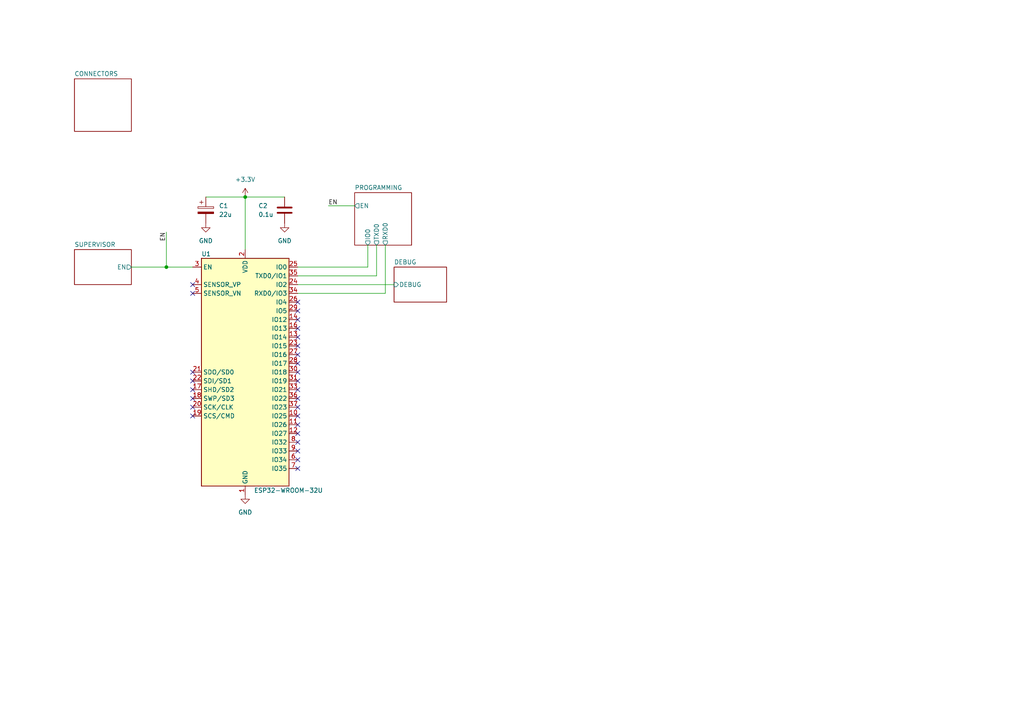
<source format=kicad_sch>
(kicad_sch (version 20211123) (generator eeschema)
  (paper "A4")
  (title_block (title "ESP32-STARTER") (date "2022-11-08") (rev "1.0"))
  (lib_symbols
    (symbol "Device:C" (pin_numbers hide) (pin_names (offset 0.254))
      (property "Reference" "C" (at 0.635 2.54 0))
      (property "Value" "C" (at 0.635 -2.54 0))
      (symbol "C_0_1"
        (polyline (pts (xy -2.032 -0.762) (xy 2.032 -0.762)) (stroke (width 0.508)))
        (polyline (pts (xy -2.032 0.762) (xy 2.032 0.762)) (stroke (width 0.508)))
      )
      (symbol "C_1_1"
        (pin passive line (at 0 3.81 270) (length 2.794) (name "~") (number "1"))
        (pin passive line (at 0 -3.81 90) (length 2.794) (name "~") (number "2"))
      )
    )
    (symbol "Device:C_Polarized" (pin_numbers hide) (pin_names (offset 0.254))
      (property "Reference" "C" (at 0.635 2.54 0))
      (property "Value" "C_Polarized" (at 0.635 -2.54 0))
      (symbol "C_Polarized_0_1"
        (rectangle (start -2.286 0.508) (end 2.286 1.016))
        (polyline (pts (xy -1.778 2.286) (xy -0.762 2.286)))
        (polyline (pts (xy -1.27 2.794) (xy -1.27 1.778)))
        (rectangle (start 2.286 -0.508) (end -2.286 -1.016) (fill (type outline)))
      )
      (symbol "C_Polarized_1_1"
        (pin passive line (at 0 3.81 270) (length 2.794) (name "~") (number "1"))
        (pin passive line (at 0 -3.81 90) (length 2.794) (name "~") (number "2"))
      )
    )
    (symbol "RF_Module:ESP32-WROOM-32U"
      (property "Reference" "U" (at -12.7 34.29 0))
      (property "Value" "ESP32-WROOM-32U" (at 1.27 34.29 0))
      (symbol "ESP32-WROOM-32U_0_1"
        (rectangle (start -12.7 33.02) (end 12.7 -33.02) (stroke (width 0.254)) (fill (type background)))
      )
      (symbol "ESP32-WROOM-32U_1_1"
        (pin power_in line (at 0 -35.56 90) (length 2.54) (name "GND") (number "1"))
        (pin bidirectional line (at 15.24 -12.7 180) (length 2.54) (name "IO25") (number "10"))
        (pin bidirectional line (at 15.24 -15.24 180) (length 2.54) (name "IO26") (number "11"))
        (pin bidirectional line (at 15.24 -17.78 180) (length 2.54) (name "IO27") (number "12"))
        (pin bidirectional line (at 15.24 10.16 180) (length 2.54) (name "IO14") (number "13"))
        (pin bidirectional line (at 15.24 15.24 180) (length 2.54) (name "IO12") (number "14"))
        (pin passive line (at 0 -35.56 90) (length 2.54) hide (name "GND") (number "15"))
        (pin bidirectional line (at 15.24 12.7 180) (length 2.54) (name "IO13") (number "16"))
        (pin bidirectional line (at -15.24 -5.08 0) (length 2.54) (name "SHD/SD2") (number "17"))
        (pin bidirectional line (at -15.24 -7.62 0) (length 2.54) (name "SWP/SD3") (number "18"))
        (pin bidirectional line (at -15.24 -12.7 0) (length 2.54) (name "SCS/CMD") (number "19"))
        (pin power_in line (at 0 35.56 270) (length 2.54) (name "VDD") (number "2"))
        (pin bidirectional line (at -15.24 -10.16 0) (length 2.54) (name "SCK/CLK") (number "20"))
        (pin bidirectional line (at -15.24 0 0) (length 2.54) (name "SDO/SD0") (number "21"))
        (pin bidirectional line (at -15.24 -2.54 0) (length 2.54) (name "SDI/SD1") (number "22"))
        (pin bidirectional line (at 15.24 7.62 180) (length 2.54) (name "IO15") (number "23"))
        (pin bidirectional line (at 15.24 25.4 180) (length 2.54) (name "IO2") (number "24"))
        (pin bidirectional line (at 15.24 30.48 180) (length 2.54) (name "IO0") (number "25"))
        (pin bidirectional line (at 15.24 20.32 180) (length 2.54) (name "IO4") (number "26"))
        (pin bidirectional line (at 15.24 5.08 180) (length 2.54) (name "IO16") (number "27"))
        (pin bidirectional line (at 15.24 2.54 180) (length 2.54) (name "IO17") (number "28"))
        (pin bidirectional line (at 15.24 17.78 180) (length 2.54) (name "IO5") (number "29"))
        (pin input line (at -15.24 30.48 0) (length 2.54) (name "EN") (number "3"))
        (pin bidirectional line (at 15.24 0 180) (length 2.54) (name "IO18") (number "30"))
        (pin bidirectional line (at 15.24 -2.54 180) (length 2.54) (name "IO19") (number "31"))
        (pin no_connect line (at -12.7 -27.94 0) (length 2.54) hide (name "NC") (number "32"))
        (pin bidirectional line (at 15.24 -5.08 180) (length 2.54) (name "IO21") (number "33"))
        (pin bidirectional line (at 15.24 22.86 180) (length 2.54) (name "RXD0/IO3") (number "34"))
        (pin bidirectional line (at 15.24 27.94 180) (length 2.54) (name "TXD0/IO1") (number "35"))
        (pin bidirectional line (at 15.24 -7.62 180) (length 2.54) (name "IO22") (number "36"))
        (pin bidirectional line (at 15.24 -10.16 180) (length 2.54) (name "IO23") (number "37"))
        (pin passive line (at 0 -35.56 90) (length 2.54) hide (name "GND") (number "38"))
        (pin passive line (at 0 -35.56 90) (length 2.54) hide (name "GND") (number "39"))
        (pin input line (at -15.24 25.4 0) (length 2.54) (name "SENSOR_VP") (number "4"))
        (pin input line (at -15.24 22.86 0) (length 2.54) (name "SENSOR_VN") (number "5"))
        (pin input line (at 15.24 -25.4 180) (length 2.54) (name "IO34") (number "6"))
        (pin input line (at 15.24 -27.94 180) (length 2.54) (name "IO35") (number "7"))
        (pin bidirectional line (at 15.24 -20.32 180) (length 2.54) (name "IO32") (number "8"))
        (pin bidirectional line (at 15.24 -22.86 180) (length 2.54) (name "IO33") (number "9"))
      )
    )
    (symbol "power:+3.3V" (power) (pin_names (offset 0))
      (property "Value" "+3.3V" (at 0 3.556 0))
      (symbol "+3.3V_0_1"
        (polyline (pts (xy -0.762 1.27) (xy 0 2.54)))
        (polyline (pts (xy 0 0) (xy 0 2.54)))
        (polyline (pts (xy 0 2.54) (xy 0.762 1.27)))
      )
      (symbol "+3.3V_1_1"
        (pin power_in line (at 0 0 90) (length 0) hide (name "+3.3V") (number "1"))
      )
    )
    (symbol "power:GND" (power) (pin_names (offset 0))
      (property "Value" "GND" (at 0 -3.81 0))
      (symbol "GND_0_1"
        (polyline (pts (xy 0 0) (xy 0 -1.27) (xy 1.27 -1.27) (xy 0 -2.54) (xy -1.27 -1.27) (xy 0 -1.27)))
      )
      (symbol "GND_1_1"
        (pin power_in line (at 0 0 270) (length 0) hide (name "GND") (number "1"))
      )
    )
  )
  (junction (at 48.26 77.47))
  (junction (at 71.12 57.15))
  (no_connect (at 86.36 115.57))
  (no_connect (at 86.36 118.11))
  (no_connect (at 86.36 133.35))
  (no_connect (at 86.36 87.63))
  (no_connect (at 55.88 82.55))
  (no_connect (at 86.36 95.25))
  (no_connect (at 86.36 135.89))
  (no_connect (at 86.36 107.95))
  (no_connect (at 55.88 85.09))
  (no_connect (at 86.36 110.49))
  (no_connect (at 86.36 113.03))
  (no_connect (at 86.36 130.81))
  (no_connect (at 55.88 115.57))
  (no_connect (at 86.36 120.65))
  (no_connect (at 55.88 113.03))
  (no_connect (at 86.36 100.33))
  (no_connect (at 86.36 92.71))
  (no_connect (at 86.36 125.73))
  (no_connect (at 55.88 107.95))
  (no_connect (at 86.36 123.19))
  (no_connect (at 86.36 102.87))
  (no_connect (at 55.88 120.65))
  (no_connect (at 86.36 128.27))
  (no_connect (at 86.36 97.79))
  (no_connect (at 55.88 118.11))
  (no_connect (at 55.88 110.49))
  (no_connect (at 86.36 105.41))
  (no_connect (at 86.36 90.17))
  (wire (pts (xy 86.36 85.09) (xy 111.76 85.09)))
  (wire (pts (xy 59.69 57.15) (xy 71.12 57.15)))
  (wire (pts (xy 38.1 77.47) (xy 48.26 77.47)))
  (wire (pts (xy 86.36 77.47) (xy 106.68 77.47)))
  (wire (pts (xy 71.12 57.15) (xy 82.55 57.15)))
  (wire (pts (xy 111.76 85.09) (xy 111.76 71.12)))
  (wire (pts (xy 71.12 57.15) (xy 71.12 72.39)))
  (wire (pts (xy 48.26 67.31) (xy 48.26 77.47)))
  (wire (pts (xy 106.68 77.47) (xy 106.68 71.12)))
  (wire (pts (xy 95.25 59.69) (xy 102.87 59.69)))
  (wire (pts (xy 86.36 82.55) (xy 114.3 82.55)))
  (wire (pts (xy 109.22 80.01) (xy 109.22 71.12)))
  (wire (pts (xy 86.36 80.01) (xy 109.22 80.01)))
  (wire (pts (xy 48.26 77.47) (xy 55.88 77.47)))
  (label "EN" (at 48.26 67.31 270))
  (label "EN" (at 95.25 59.69 0))
  (symbol (lib_id "power:GND") (at 82.55 64.77 0) (unit 1)
    (property "Reference" "#PWR04" (effects hide))
    (property "Value" "GND" (at 82.55 69.85 0))
  )
  (symbol (lib_id "Device:C_Polarized") (at 59.69 60.96 0) (unit 1)
    (property "Reference" "C1" (at 63.5 59.69 0) (effects (justify left)))
    (property "Value" "22u" (at 63.5 62.23 0) (effects (justify left)))
  )
  (symbol (lib_id "power:+3.3V") (at 71.12 57.15 0) (unit 1)
    (property "Reference" "#PWR02" (effects hide))
    (property "Value" "+3.3V" (at 71.12 52.07 0))
  )
  (symbol (lib_id "Device:C") (at 82.55 60.96 0) (unit 1)
    (property "Reference" "C2" (at 74.93 59.69 0) (effects (justify left)))
    (property "Value" "0.1u" (at 74.93 62.23 0) (effects (justify left)))
  )
  (symbol (lib_id "power:GND") (at 71.12 143.51 0) (unit 1)
    (property "Reference" "#PWR03" (effects hide))
    (property "Value" "GND" (at 71.12 148.59 0))
  )
  (symbol (lib_id "power:GND") (at 59.69 64.77 0) (unit 1)
    (property "Reference" "#PWR01" (effects hide))
    (property "Value" "GND" (at 59.69 69.85 0))
  )
  (symbol (lib_id "RF_Module:ESP32-WROOM-32U") (at 71.12 107.95 0) (unit 1)
    (property "Reference" "U1" (at 58.42 73.66 0) (effects (justify left)))
    (property "Value" "ESP32-WROOM-32U" (at 73.66 142.24 0) (effects (justify left)))
    (property "Footprint" "RF_Module:ESP32-WROOM-32U" (effects hide))
    (property "Datasheet" "https://www.espressif.com/sites/default/files/documentation/esp32-wroom-32d_esp32-wroom-32u_datasheet_en.pdf" (effects hide))
  )
  (sheet (at 21.59 22.86) (size 16.51 15.24) (stroke (width 0.1524))
    (property "Sheet name" "CONNECTORS" (at 21.59 22.1484 0) (effects (justify left bottom)))
    (property "Sheet file" "connectors.kicad_sch" (effects hide))
  )
  (sheet (at 114.3 77.47) (size 15.24 10.16) (stroke (width 0.1524))
    (property "Sheet name" "DEBUG" (at 114.3 76.7584 0) (effects (justify left bottom)))
    (property "Sheet file" "debug.kicad_sch" (effects hide))
    (pin "DEBUG" input (at 114.3 82.55 180))
  )
  (sheet (at 102.87 55.88) (size 16.51 15.24) (stroke (width 0.1524))
    (property "Sheet name" "PROGRAMMING" (at 102.87 55.1684 0) (effects (justify left bottom)))
    (property "Sheet file" "programming.kicad_sch" (effects hide))
    (pin "IO0" output (at 106.68 71.12 270))
    (pin "EN" output (at 102.87 59.69 180))
    (pin "TXD0" output (at 109.22 71.12 270))
    (pin "RXD0" output (at 111.76 71.12 270))
  )
  (sheet (at 21.59 72.39) (size 16.51 10.16) (stroke (width 0.1524))
    (property "Sheet name" "SUPERVISOR" (at 21.59 71.6784 0) (effects (justify left bottom)))
    (property "Sheet file" "supervisor.kicad_sch" (effects hide))
    (pin "EN" output (at 38.1 77.47 0))
  )
)
</source>
